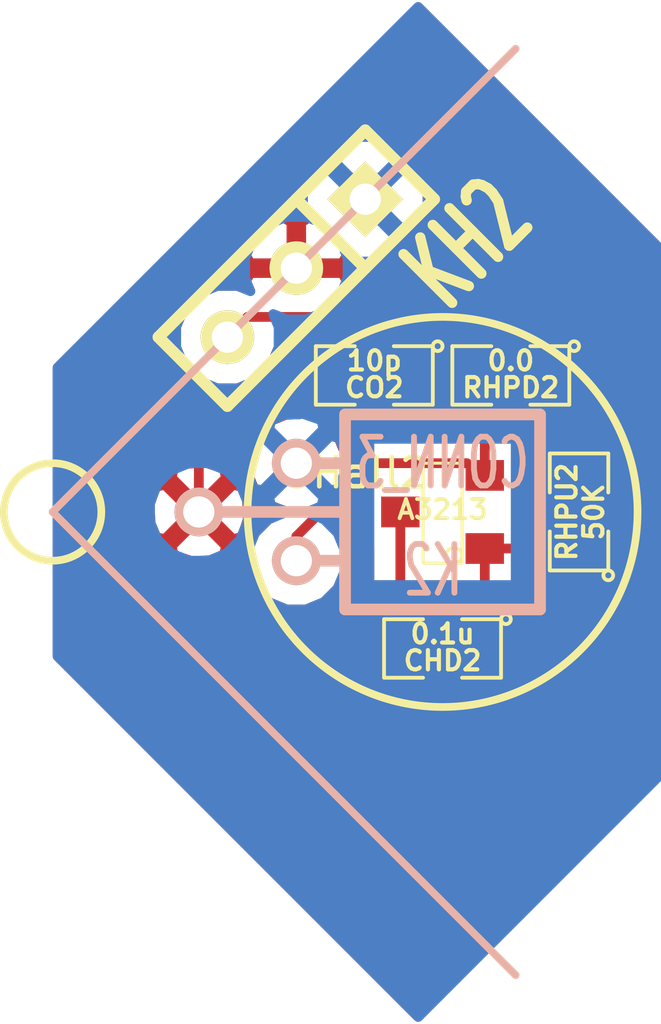
<source format=kicad_pcb>
(kicad_pcb (version 3) (host pcbnew "(2013-mar-25)-stable")

  (general
    (links 13)
    (no_connects 1)
    (area 49.429999 37.465 66.675001 64.135001)
    (thickness 1.6)
    (drawings 4)
    (tracks 26)
    (zones 0)
    (modules 7)
    (nets 5)
  )

  (page USLetter)
  (layers
    (15 F.Cu signal)
    (0 B.Cu signal)
    (16 B.Adhes user)
    (17 F.Adhes user)
    (18 B.Paste user)
    (19 F.Paste user)
    (20 B.SilkS user)
    (21 F.SilkS user)
    (22 B.Mask user)
    (23 F.Mask user)
    (24 Dwgs.User user)
    (25 Cmts.User user)
    (26 Eco1.User user)
    (27 Eco2.User user)
    (28 Edge.Cuts user)
  )

  (setup
    (last_trace_width 0.254)
    (trace_clearance 0.254)
    (zone_clearance 0.508)
    (zone_45_only no)
    (trace_min 0.1524)
    (segment_width 0.2)
    (edge_width 0.15)
    (via_size 0.889)
    (via_drill 0.635)
    (via_min_size 0.889)
    (via_min_drill 0.508)
    (uvia_size 0.508)
    (uvia_drill 0.127)
    (uvias_allowed no)
    (uvia_min_size 0.508)
    (uvia_min_drill 0.127)
    (pcb_text_width 0.3)
    (pcb_text_size 1 1)
    (mod_edge_width 0.15)
    (mod_text_size 1 1)
    (mod_text_width 0.15)
    (pad_size 1 1)
    (pad_drill 0.6)
    (pad_to_mask_clearance 0)
    (aux_axis_origin 50.8 50.8)
    (visible_elements 7FFFFFFF)
    (pcbplotparams
      (layerselection 271613953)
      (usegerberextensions false)
      (excludeedgelayer true)
      (linewidth 0)
      (plotframeref false)
      (viasonmask false)
      (mode 1)
      (useauxorigin false)
      (hpglpennumber 1)
      (hpglpenspeed 20)
      (hpglpendiameter 15)
      (hpglpenoverlay 2)
      (psnegative false)
      (psa4output false)
      (plotreference true)
      (plotvalue true)
      (plotothertext true)
      (plotinvisibletext false)
      (padsonsilk false)
      (subtractmaskfromsilk false)
      (outputformat 3)
      (mirror false)
      (drillshape 0)
      (scaleselection 1)
      (outputdirectory DXF/))
  )

  (net 0 "")
  (net 1 +5V)
  (net 2 /HALL)
  (net 3 /VOUT)
  (net 4 GND)

  (net_class Default "This is the default net class."
    (clearance 0.254)
    (trace_width 0.254)
    (via_dia 0.889)
    (via_drill 0.635)
    (uvia_dia 0.508)
    (uvia_drill 0.127)
    (add_net "")
    (add_net +5V)
    (add_net /HALL)
    (add_net /VOUT)
    (add_net GND)
  )

  (net_class "OSHPark Minimum" ""
    (clearance 0.1524)
    (trace_width 0.1524)
    (via_dia 0.889)
    (via_drill 0.635)
    (uvia_dia 0.508)
    (uvia_drill 0.3302)
  )

  (module SM0805 (layer F.Cu) (tedit 5091495C) (tstamp 524450E6)
    (at 59.182 47.244 180)
    (path /524444A3)
    (attr smd)
    (fp_text reference CO2 (at 0 -0.3175 180) (layer F.SilkS)
      (effects (font (size 0.50038 0.50038) (thickness 0.10922)))
    )
    (fp_text value 10p (at 0 0.381 180) (layer F.SilkS)
      (effects (font (size 0.50038 0.50038) (thickness 0.10922)))
    )
    (fp_circle (center -1.651 0.762) (end -1.651 0.635) (layer F.SilkS) (width 0.09906))
    (fp_line (start -0.508 0.762) (end -1.524 0.762) (layer F.SilkS) (width 0.09906))
    (fp_line (start -1.524 0.762) (end -1.524 -0.762) (layer F.SilkS) (width 0.09906))
    (fp_line (start -1.524 -0.762) (end -0.508 -0.762) (layer F.SilkS) (width 0.09906))
    (fp_line (start 0.508 -0.762) (end 1.524 -0.762) (layer F.SilkS) (width 0.09906))
    (fp_line (start 1.524 -0.762) (end 1.524 0.762) (layer F.SilkS) (width 0.09906))
    (fp_line (start 1.524 0.762) (end 0.508 0.762) (layer F.SilkS) (width 0.09906))
    (pad 1 smd rect (at -0.9525 0 180) (size 0.889 1.397)
      (layers F.Cu F.Paste F.Mask)
      (net 3 /VOUT)
    )
    (pad 2 smd rect (at 0.9525 0 180) (size 0.889 1.397)
      (layers F.Cu F.Paste F.Mask)
      (net 4 GND)
    )
    (model smd/chip_cms.wrl
      (at (xyz 0 0 0))
      (scale (xyz 0.1 0.1 0.1))
      (rotate (xyz 0 0 0))
    )
  )

  (module SM0805 (layer F.Cu) (tedit 5091495C) (tstamp 5244511A)
    (at 62.738 47.244 180)
    (path /52444269)
    (attr smd)
    (fp_text reference RHPD2 (at 0 -0.3175 180) (layer F.SilkS)
      (effects (font (size 0.50038 0.50038) (thickness 0.10922)))
    )
    (fp_text value 0.0 (at 0 0.381 180) (layer F.SilkS)
      (effects (font (size 0.50038 0.50038) (thickness 0.10922)))
    )
    (fp_circle (center -1.651 0.762) (end -1.651 0.635) (layer F.SilkS) (width 0.09906))
    (fp_line (start -0.508 0.762) (end -1.524 0.762) (layer F.SilkS) (width 0.09906))
    (fp_line (start -1.524 0.762) (end -1.524 -0.762) (layer F.SilkS) (width 0.09906))
    (fp_line (start -1.524 -0.762) (end -0.508 -0.762) (layer F.SilkS) (width 0.09906))
    (fp_line (start 0.508 -0.762) (end 1.524 -0.762) (layer F.SilkS) (width 0.09906))
    (fp_line (start 1.524 -0.762) (end 1.524 0.762) (layer F.SilkS) (width 0.09906))
    (fp_line (start 1.524 0.762) (end 0.508 0.762) (layer F.SilkS) (width 0.09906))
    (pad 1 smd rect (at -0.9525 0 180) (size 0.889 1.397)
      (layers F.Cu F.Paste F.Mask)
      (net 3 /VOUT)
    )
    (pad 2 smd rect (at 0.9525 0 180) (size 0.889 1.397)
      (layers F.Cu F.Paste F.Mask)
      (net 2 /HALL)
    )
    (model smd/chip_cms.wrl
      (at (xyz 0 0 0))
      (scale (xyz 0.1 0.1 0.1))
      (rotate (xyz 0 0 0))
    )
  )

  (module SM0805 (layer F.Cu) (tedit 5091495C) (tstamp 5244514E)
    (at 64.516 50.8 90)
    (path /524440E7)
    (attr smd)
    (fp_text reference RHPU2 (at 0 -0.3175 90) (layer F.SilkS)
      (effects (font (size 0.50038 0.50038) (thickness 0.10922)))
    )
    (fp_text value 50K (at 0 0.381 90) (layer F.SilkS)
      (effects (font (size 0.50038 0.50038) (thickness 0.10922)))
    )
    (fp_circle (center -1.651 0.762) (end -1.651 0.635) (layer F.SilkS) (width 0.09906))
    (fp_line (start -0.508 0.762) (end -1.524 0.762) (layer F.SilkS) (width 0.09906))
    (fp_line (start -1.524 0.762) (end -1.524 -0.762) (layer F.SilkS) (width 0.09906))
    (fp_line (start -1.524 -0.762) (end -0.508 -0.762) (layer F.SilkS) (width 0.09906))
    (fp_line (start 0.508 -0.762) (end 1.524 -0.762) (layer F.SilkS) (width 0.09906))
    (fp_line (start 1.524 -0.762) (end 1.524 0.762) (layer F.SilkS) (width 0.09906))
    (fp_line (start 1.524 0.762) (end 0.508 0.762) (layer F.SilkS) (width 0.09906))
    (pad 1 smd rect (at -0.9525 0 90) (size 0.889 1.397)
      (layers F.Cu F.Paste F.Mask)
      (net 1 +5V)
    )
    (pad 2 smd rect (at 0.9525 0 90) (size 0.889 1.397)
      (layers F.Cu F.Paste F.Mask)
      (net 3 /VOUT)
    )
    (model smd/chip_cms.wrl
      (at (xyz 0 0 0))
      (scale (xyz 0.1 0.1 0.1))
      (rotate (xyz 0 0 0))
    )
  )

  (module SOT23-SPECIAL (layer F.Cu) (tedit 52448C6B) (tstamp 52445055)
    (at 60.96 50.8 90)
    (descr "SZOT23 with PIN 2 and 3 swapped, for Diodes")
    (tags SOT23)
    (path /5244347B)
    (attr smd)
    (fp_text reference UHall2 (at 1.016 -2.286 180) (layer F.SilkS)
      (effects (font (size 0.762 0.762) (thickness 0.11938)))
    )
    (fp_text value A3213 (at 0.0635 0 180) (layer F.SilkS)
      (effects (font (size 0.50038 0.50038) (thickness 0.09906)))
    )
    (fp_circle (center -1.12522 0.29972) (end -1.12522 0.50038) (layer F.SilkS) (width 0.07874))
    (fp_line (start 1.27 -0.508) (end 1.27 0.508) (layer F.SilkS) (width 0.07874))
    (fp_line (start -1.3335 -0.508) (end -1.3335 0.508) (layer F.SilkS) (width 0.07874))
    (fp_line (start 1.27 0.508) (end -1.3335 0.508) (layer F.SilkS) (width 0.07874))
    (fp_line (start -1.3335 -0.508) (end 1.27 -0.508) (layer F.SilkS) (width 0.07874))
    (pad 2 smd rect (at 0 -1.09982 90) (size 0.8001 1.00076)
      (layers F.Cu F.Paste F.Mask)
      (net 4 GND)
    )
    (pad 3 smd rect (at 0.9525 1.09982 90) (size 0.8001 1.00076)
      (layers F.Cu F.Paste F.Mask)
      (net 2 /HALL)
    )
    (pad 1 smd rect (at -0.9525 1.09982 90) (size 0.8001 1.00076)
      (layers F.Cu F.Paste F.Mask)
      (net 1 +5V)
    )
    (model smd\SOT23_3.wrl
      (at (xyz 0 0 0))
      (scale (xyz 0.4 0.4 0.4))
      (rotate (xyz 0 0 180))
    )
  )

  (module SIL-3 (layer F.Cu) (tedit 5244E312) (tstamp 5244DDEE)
    (at 57.15 44.45 225)
    (descr "Connecteur 3 pins")
    (tags "CONN DEV")
    (path /5244802B)
    (fp_text reference KH2 (at -3.592102 -2.694077 225) (layer F.SilkS)
      (effects (font (size 1.7907 1.07696) (thickness 0.3048)))
    )
    (fp_text value CONN_3 (at 0 -2.54 225) (layer F.SilkS) hide
      (effects (font (size 1.524 1.016) (thickness 0.3048)))
    )
    (fp_line (start -3.81 1.27) (end -3.81 -1.27) (layer F.SilkS) (width 0.3048))
    (fp_line (start -3.81 -1.27) (end 3.81 -1.27) (layer F.SilkS) (width 0.3048))
    (fp_line (start 3.81 -1.27) (end 3.81 1.27) (layer F.SilkS) (width 0.3048))
    (fp_line (start 3.81 1.27) (end -3.81 1.27) (layer F.SilkS) (width 0.3048))
    (fp_line (start -1.27 -1.27) (end -1.27 1.27) (layer F.SilkS) (width 0.3048))
    (pad 1 thru_hole rect (at -2.54 0 225) (size 1.397 1.397) (drill 0.8128)
      (layers *.Cu *.Mask F.SilkS)
      (net 1 +5V)
    )
    (pad 2 thru_hole circle (at 0 0 225) (size 1.397 1.397) (drill 0.8128)
      (layers *.Cu *.Mask F.SilkS)
      (net 4 GND)
    )
    (pad 3 thru_hole circle (at 2.54 0 225) (size 1.397 1.397) (drill 0.8128)
      (layers *.Cu *.Mask F.SilkS)
      (net 3 /VOUT)
    )
  )

  (module SM0805 (layer F.Cu) (tedit 5091495C) (tstamp 5244508E)
    (at 60.96 54.356 180)
    (path /52443F3E)
    (attr smd)
    (fp_text reference CHD2 (at 0 -0.3175 180) (layer F.SilkS)
      (effects (font (size 0.50038 0.50038) (thickness 0.10922)))
    )
    (fp_text value 0.1u (at 0 0.381 180) (layer F.SilkS)
      (effects (font (size 0.50038 0.50038) (thickness 0.10922)))
    )
    (fp_circle (center -1.651 0.762) (end -1.651 0.635) (layer F.SilkS) (width 0.09906))
    (fp_line (start -0.508 0.762) (end -1.524 0.762) (layer F.SilkS) (width 0.09906))
    (fp_line (start -1.524 0.762) (end -1.524 -0.762) (layer F.SilkS) (width 0.09906))
    (fp_line (start -1.524 -0.762) (end -0.508 -0.762) (layer F.SilkS) (width 0.09906))
    (fp_line (start 0.508 -0.762) (end 1.524 -0.762) (layer F.SilkS) (width 0.09906))
    (fp_line (start 1.524 -0.762) (end 1.524 0.762) (layer F.SilkS) (width 0.09906))
    (fp_line (start 1.524 0.762) (end 0.508 0.762) (layer F.SilkS) (width 0.09906))
    (pad 1 smd rect (at -0.9525 0 180) (size 0.889 1.397)
      (layers F.Cu F.Paste F.Mask)
      (net 1 +5V)
    )
    (pad 2 smd rect (at 0.9525 0 180) (size 0.889 1.397)
      (layers F.Cu F.Paste F.Mask)
      (net 4 GND)
    )
    (model smd/chip_cms.wrl
      (at (xyz 0 0 0))
      (scale (xyz 0.1 0.1 0.1))
      (rotate (xyz 0 0 0))
    )
  )

  (module TO92H (layer B.Cu) (tedit 52448F4C) (tstamp 52448EC4)
    (at 55.88 50.8)
    (path /52449005)
    (fp_text reference K2 (at 4.826 1.524) (layer B.SilkS)
      (effects (font (size 1.27 0.762) (thickness 0.1524)) (justify mirror))
    )
    (fp_text value CONN_3 (at 5.08 -1.27) (layer B.SilkS)
      (effects (font (size 1.27 0.762) (thickness 0.1524)) (justify mirror))
    )
    (fp_line (start 2.54 2.54) (end 7.62 2.54) (layer B.SilkS) (width 0.3048))
    (fp_line (start 7.62 2.54) (end 7.62 -2.54) (layer B.SilkS) (width 0.3048))
    (fp_line (start 7.62 -2.54) (end 2.54 -2.54) (layer B.SilkS) (width 0.3048))
    (fp_line (start 2.54 -2.54) (end 2.54 2.54) (layer B.SilkS) (width 0.3048))
    (fp_line (start 1.27 1.27) (end 2.54 1.27) (layer B.SilkS) (width 0.3048))
    (fp_line (start -1.27 0) (end 2.54 0) (layer B.SilkS) (width 0.3048))
    (fp_line (start 1.27 -1.27) (end 2.54 -1.27) (layer B.SilkS) (width 0.3048))
    (pad 2 thru_hole circle (at -1.27 0) (size 1.27 1.27) (drill 0.8128)
      (layers *.Cu *.Mask B.SilkS)
      (net 4 GND)
    )
    (pad 1 thru_hole circle (at 1.27 -1.27) (size 1.27 1.27) (drill 0.8128)
      (layers *.Cu *.Mask B.SilkS)
      (net 1 +5V)
    )
    (pad 3 thru_hole circle (at 1.27 1.27) (size 1.27 1.27) (drill 0.8128)
      (layers *.Cu *.Mask B.SilkS)
      (net 2 /HALL)
    )
  )

  (gr_line (start 50.8 50.8) (end 62.865 62.865) (angle 90) (layer B.SilkS) (width 0.2))
  (gr_line (start 50.8 50.8) (end 62.865 38.735) (angle 90) (layer B.SilkS) (width 0.2))
  (gr_circle (center 60.96 50.8) (end 66.04 50.8) (layer F.SilkS) (width 0.2))
  (gr_circle (center 50.8 50.8) (end 52.07 50.8) (layer F.SilkS) (width 0.2))

  (segment (start 61.9125 54.356) (end 61.9125 55.979602) (width 0.254) (layer F.Cu) (net 1))
  (segment (start 61.9125 55.979602) (end 58.946051 58.946051) (width 0.254) (layer F.Cu) (net 1) (tstamp 5244E5E5))
  (segment (start 62.05982 51.7525) (end 62.05982 54.20868) (width 0.254) (layer F.Cu) (net 1))
  (segment (start 62.05982 54.20868) (end 61.9125 54.356) (width 0.254) (layer F.Cu) (net 1) (tstamp 5244E575))
  (segment (start 62.05982 51.7525) (end 64.516 51.7525) (width 0.254) (layer F.Cu) (net 1))
  (segment (start 57.15 52.07) (end 57.15 51.435) (width 0.254) (layer F.Cu) (net 2))
  (segment (start 61.595 49.53) (end 62.05982 49.8475) (width 0.254) (layer F.Cu) (net 2) (tstamp 5244E566))
  (segment (start 59.055 49.53) (end 61.595 49.53) (width 0.254) (layer F.Cu) (net 2) (tstamp 5244E55E))
  (segment (start 57.15 51.435) (end 59.055 49.53) (width 0.254) (layer F.Cu) (net 2) (tstamp 5244E551))
  (segment (start 62.05982 49.8475) (end 62.05982 47.51832) (width 0.254) (layer F.Cu) (net 2))
  (segment (start 62.05982 47.51832) (end 61.7855 47.244) (width 0.254) (layer F.Cu) (net 2) (tstamp 5244E548))
  (segment (start 64.516 49.8475) (end 64.516 48.0695) (width 0.254) (layer F.Cu) (net 3))
  (segment (start 64.516 48.0695) (end 63.6905 47.244) (width 0.254) (layer F.Cu) (net 3) (tstamp 5244EB93))
  (segment (start 60.1345 47.244) (end 60.1345 45.72) (width 0.254) (layer F.Cu) (net 3))
  (segment (start 60.1345 45.72) (end 60.325 45.72) (width 0.254) (layer F.Cu) (net 3) (tstamp 5244E524))
  (segment (start 55.88 45.72) (end 55.353949 46.246051) (width 0.254) (layer F.Cu) (net 3) (tstamp 5244E51C))
  (segment (start 62.1665 45.72) (end 60.325 45.72) (width 0.254) (layer F.Cu) (net 3) (tstamp 5244E502))
  (segment (start 60.325 45.72) (end 55.88 45.72) (width 0.254) (layer F.Cu) (net 3) (tstamp 5244E52B))
  (segment (start 64.516 48.0695) (end 62.1665 45.72) (width 0.254) (layer F.Cu) (net 3) (tstamp 5244E4FF))
  (segment (start 60.0075 54.356) (end 59.944 54.356) (width 0.254) (layer F.Cu) (net 4))
  (segment (start 59.944 54.356) (end 57.15 57.15) (width 0.254) (layer F.Cu) (net 4) (tstamp 5244E62C))
  (segment (start 58.2295 47.244) (end 56.261 47.244) (width 0.254) (layer F.Cu) (net 4))
  (segment (start 56.261 47.244) (end 54.61 48.895) (width 0.254) (layer F.Cu) (net 4) (tstamp 5244E5A3))
  (segment (start 54.61 48.895) (end 54.61 50.8) (width 0.254) (layer F.Cu) (net 4) (tstamp 5244E5AD))
  (segment (start 59.86018 50.8) (end 59.86018 54.20868) (width 0.254) (layer F.Cu) (net 4))
  (segment (start 59.86018 54.20868) (end 60.0075 54.356) (width 0.254) (layer F.Cu) (net 4) (tstamp 5244E58B))

  (zone (net 0) (net_name "") (layer F.Cu) (tstamp 52458F0A) (hatch edge 0.508)
    (connect_pads (clearance 0.508))
    (min_thickness 0.254)
    (keepout (tracks allowed) (vias allowed) (copperpour not_allowed))
    (fill (arc_segments 16) (thermal_gap 0.508) (thermal_bridge_width 0.508))
    (polygon
      (pts
        (xy 62.738 52.578) (xy 59.182 52.578) (xy 59.182 49.022) (xy 62.738 49.022)
      )
    )
  )
  (zone (net 0) (net_name "") (layer B.Cu) (tstamp 52458F1C) (hatch edge 0.508)
    (connect_pads (clearance 0.508))
    (min_thickness 0.254)
    (keepout (tracks allowed) (vias allowed) (copperpour not_allowed))
    (fill (arc_segments 16) (thermal_gap 0.508) (thermal_bridge_width 0.508))
    (polygon
      (pts
        (xy 62.738 52.578) (xy 59.182 52.578) (xy 59.182 49.022) (xy 62.738 49.022)
      )
    )
  )
  (zone (net 4) (net_name GND) (layer F.Cu) (tstamp 52463AFE) (hatch edge 0.508)
    (connect_pads (clearance 0.508))
    (min_thickness 0.254)
    (fill (arc_segments 16) (thermal_gap 0.508) (thermal_bridge_width 0.508))
    (polygon
      (pts
        (xy 66.675 57.785) (xy 62.23 62.23) (xy 60.325 64.135) (xy 50.8 54.61) (xy 50.8 50.8)
        (xy 50.8 47.625) (xy 50.8 46.99) (xy 60.325 37.465) (xy 62.23 39.37) (xy 66.675 43.815)
        (xy 66.675 57.785)
      )
    )
    (filled_polygon
      (pts
        (xy 66.548 57.732395) (xy 65.84961 58.430784) (xy 65.84961 52.071245) (xy 65.84961 51.182245) (xy 65.753141 50.948771)
        (xy 65.604526 50.799897) (xy 65.752513 50.652168) (xy 65.849389 50.418864) (xy 65.84961 50.166245) (xy 65.84961 49.277245)
        (xy 65.753141 49.043771) (xy 65.574668 48.864987) (xy 65.341364 48.768111) (xy 65.278 48.768055) (xy 65.278 48.0695)
        (xy 65.277999 48.069499) (xy 65.219996 47.777895) (xy 65.054815 47.530685) (xy 65.054815 47.530684) (xy 64.77011 47.245979)
        (xy 64.77011 46.419745) (xy 64.673641 46.186271) (xy 64.495168 46.007487) (xy 64.261864 45.910611) (xy 64.009245 45.91039)
        (xy 63.43452 45.91039) (xy 62.705315 45.181185) (xy 62.458105 45.016004) (xy 62.1665 44.958) (xy 60.568989 44.958)
        (xy 60.568989 42.528194) (xy 60.47252 42.294721) (xy 60.294048 42.115936) (xy 59.306219 41.128108) (xy 59.072914 41.031231)
        (xy 58.820296 41.031011) (xy 58.586823 41.12748) (xy 58.408038 41.305952) (xy 57.42021 42.293781) (xy 57.323333 42.527086)
        (xy 57.323113 42.779704) (xy 57.419582 43.013177) (xy 57.575604 43.169473) (xy 57.487198 43.132854) (xy 57.277 43.255861)
        (xy 57.277 44.143392) (xy 57.164141 44.256251) (xy 57.343749 44.435859) (xy 57.456608 44.323) (xy 58.344139 44.323)
        (xy 58.467146 44.112802) (xy 58.419506 44.013413) (xy 58.585883 44.17979) (xy 58.819188 44.276667) (xy 59.071806 44.276887)
        (xy 59.305279 44.180418) (xy 59.484064 44.001946) (xy 60.471892 43.014117) (xy 60.568769 42.780812) (xy 60.568989 42.528194)
        (xy 60.568989 44.958) (xy 60.325 44.958) (xy 60.1345 44.958) (xy 58.396397 44.958) (xy 58.467146 44.787198)
        (xy 58.344139 44.577) (xy 57.456608 44.577) (xy 57.343749 44.464141) (xy 57.164141 44.643749) (xy 57.277 44.756608)
        (xy 57.277 44.958) (xy 57.023 44.958) (xy 57.023 44.756608) (xy 57.135859 44.643749) (xy 57.023 44.53089)
        (xy 57.023 44.323) (xy 57.023 43.255861) (xy 56.812802 43.132854) (xy 56.33442 43.362156) (xy 55.980202 43.757072)
        (xy 55.832854 44.112802) (xy 55.955861 44.323) (xy 57.023 44.323) (xy 57.023 44.53089) (xy 56.956251 44.464141)
        (xy 56.843392 44.577) (xy 55.955861 44.577) (xy 55.832854 44.787198) (xy 55.914724 44.958) (xy 55.88 44.958)
        (xy 55.778079 44.978273) (xy 55.778078 44.978273) (xy 55.620362 44.912784) (xy 55.089863 44.912321) (xy 54.599569 45.114906)
        (xy 54.224123 45.489698) (xy 54.020682 45.979638) (xy 54.020219 46.510137) (xy 54.222804 47.000431) (xy 54.597596 47.375877)
        (xy 55.087536 47.579318) (xy 55.618035 47.579781) (xy 56.108329 47.377196) (xy 56.483775 47.002404) (xy 56.687216 46.512464)
        (xy 56.687242 46.482) (xy 57.150055 46.482) (xy 57.14989 46.671255) (xy 57.15 46.95825) (xy 57.30875 47.117)
        (xy 58.1025 47.117) (xy 58.1025 47.097) (xy 58.3565 47.097) (xy 58.3565 47.117) (xy 58.3765 47.117)
        (xy 58.3765 47.371) (xy 58.3565 47.371) (xy 58.3565 48.41875) (xy 58.51525 48.5775) (xy 58.799755 48.57761)
        (xy 59.033229 48.481141) (xy 59.182102 48.332526) (xy 59.329832 48.480513) (xy 59.563136 48.577389) (xy 59.815755 48.57761)
        (xy 60.704755 48.57761) (xy 60.938229 48.481141) (xy 60.959881 48.459526) (xy 60.980832 48.480513) (xy 61.214136 48.577389)
        (xy 61.29782 48.577462) (xy 61.29782 48.768) (xy 59.055 48.768) (xy 58.763395 48.826004) (xy 58.516184 48.991185)
        (xy 58.364274 49.143094) (xy 58.227281 48.811543) (xy 57.968719 48.55253) (xy 58.1025 48.41875) (xy 58.1025 47.371)
        (xy 57.30875 47.371) (xy 57.15 47.52975) (xy 57.14989 47.816745) (xy 57.150111 48.069364) (xy 57.229298 48.260069)
        (xy 56.89849 48.259781) (xy 56.431543 48.452719) (xy 56.073975 48.809664) (xy 55.880222 49.276273) (xy 55.879781 49.78151)
        (xy 56.072719 50.248457) (xy 56.429664 50.606025) (xy 56.762951 50.744418) (xy 56.611185 50.896185) (xy 56.590594 50.927)
        (xy 56.431543 50.992719) (xy 56.073975 51.349664) (xy 55.892679 51.786273) (xy 55.892679 50.977335) (xy 55.862904 50.472976)
        (xy 55.727178 50.145304) (xy 55.498132 50.091473) (xy 55.318527 50.271078) (xy 55.318527 49.911868) (xy 55.264696 49.682822)
        (xy 54.787335 49.517321) (xy 54.282976 49.547096) (xy 53.955304 49.682822) (xy 53.901473 49.911868) (xy 54.61 50.620395)
        (xy 55.318527 49.911868) (xy 55.318527 50.271078) (xy 54.789605 50.8) (xy 55.498132 51.508527) (xy 55.727178 51.454696)
        (xy 55.892679 50.977335) (xy 55.892679 51.786273) (xy 55.880222 51.816273) (xy 55.879781 52.32151) (xy 56.072719 52.788457)
        (xy 56.429664 53.146025) (xy 56.896273 53.339778) (xy 57.40151 53.340219) (xy 57.868457 53.147281) (xy 58.226025 52.790336)
        (xy 58.419778 52.323727) (xy 58.420219 51.81849) (xy 58.251784 51.410845) (xy 58.735627 50.927002) (xy 58.883548 50.927002)
        (xy 58.7248 51.08575) (xy 58.72469 51.325805) (xy 58.821159 51.559279) (xy 58.999632 51.738063) (xy 59.055 51.761053)
        (xy 59.055 52.705) (xy 61.23404 52.705) (xy 61.29782 52.731483) (xy 61.29782 53.040745) (xy 61.108771 53.118859)
        (xy 60.96 53.267371) (xy 60.811229 53.118859) (xy 60.577755 53.02239) (xy 60.29325 53.0225) (xy 60.1345 53.18125)
        (xy 60.1345 54.229) (xy 60.1545 54.229) (xy 60.1545 54.483) (xy 60.1345 54.483) (xy 60.1345 55.53075)
        (xy 60.29325 55.6895) (xy 60.577755 55.68961) (xy 60.811229 55.593141) (xy 60.960102 55.444526) (xy 61.107832 55.592513)
        (xy 61.1505 55.61023) (xy 61.1505 55.663971) (xy 59.8805 56.933971) (xy 59.8805 55.53075) (xy 59.8805 54.483)
        (xy 59.8805 54.229) (xy 59.8805 53.18125) (xy 59.72175 53.0225) (xy 59.437245 53.02239) (xy 59.203771 53.118859)
        (xy 59.024987 53.297332) (xy 58.928111 53.530636) (xy 58.92789 53.783255) (xy 58.928 54.07025) (xy 59.08675 54.229)
        (xy 59.8805 54.229) (xy 59.8805 54.483) (xy 59.08675 54.483) (xy 58.928 54.64175) (xy 58.92789 54.928745)
        (xy 58.928111 55.181364) (xy 59.024987 55.414668) (xy 59.203771 55.593141) (xy 59.437245 55.68961) (xy 59.72175 55.6895)
        (xy 59.8805 55.53075) (xy 59.8805 56.933971) (xy 58.407236 58.407236) (xy 58.242055 58.654447) (xy 58.184052 58.946051)
        (xy 58.242055 59.237655) (xy 58.407236 59.484866) (xy 58.654447 59.650047) (xy 58.946051 59.70805) (xy 59.237655 59.650047)
        (xy 59.484866 59.484866) (xy 62.451315 56.518418) (xy 62.451315 56.518417) (xy 62.616496 56.271207) (xy 62.674499 55.979602)
        (xy 62.6745 55.979602) (xy 62.6745 55.610382) (xy 62.716229 55.593141) (xy 62.895013 55.414668) (xy 62.991889 55.181364)
        (xy 62.99211 54.928745) (xy 62.99211 53.531745) (xy 62.895641 53.298271) (xy 62.82182 53.224321) (xy 62.82182 52.731522)
        (xy 62.919429 52.691191) (xy 63.096427 52.5145) (xy 63.261617 52.5145) (xy 63.278859 52.556229) (xy 63.457332 52.735013)
        (xy 63.690636 52.831889) (xy 63.943255 52.83211) (xy 65.340255 52.83211) (xy 65.573729 52.735641) (xy 65.752513 52.557168)
        (xy 65.849389 52.323864) (xy 65.84961 52.071245) (xy 65.84961 58.430784) (xy 62.140197 62.140197) (xy 60.325 63.955395)
        (xy 55.318527 58.948922) (xy 55.318527 51.688132) (xy 54.61 50.979605) (xy 54.430395 51.15921) (xy 54.430395 50.8)
        (xy 53.721868 50.091473) (xy 53.492822 50.145304) (xy 53.327321 50.622665) (xy 53.357096 51.127024) (xy 53.492822 51.454696)
        (xy 53.721868 51.508527) (xy 54.430395 50.8) (xy 54.430395 51.15921) (xy 53.901473 51.688132) (xy 53.955304 51.917178)
        (xy 54.432665 52.082679) (xy 54.937024 52.052904) (xy 55.264696 51.917178) (xy 55.318527 51.688132) (xy 55.318527 58.948922)
        (xy 50.927 54.557395) (xy 50.927 50.8) (xy 50.927 47.625) (xy 50.927 47.042605) (xy 60.325 37.644605)
        (xy 62.140197 39.459803) (xy 66.548 43.867605) (xy 66.548 57.732395)
      )
    )
  )
  (zone (net 1) (net_name +5V) (layer B.Cu) (tstamp 52463B11) (hatch edge 0.508)
    (connect_pads (clearance 0.508))
    (min_thickness 0.254)
    (fill (arc_segments 16) (thermal_gap 0.508) (thermal_bridge_width 0.508))
    (polygon
      (pts
        (xy 66.675 57.785) (xy 62.23 62.23) (xy 60.325 64.135) (xy 50.8 54.61) (xy 50.8 53.975)
        (xy 50.8 50.8) (xy 50.8 46.99) (xy 60.325 37.465) (xy 62.23 39.37) (xy 66.675 43.815)
        (xy 66.675 57.785)
      )
    )
    (filled_polygon
      (pts
        (xy 66.548 57.732395) (xy 62.865 61.415394) (xy 62.865 52.705) (xy 62.865 48.895) (xy 60.568989 48.895)
        (xy 60.568989 42.528194) (xy 60.47252 42.294721) (xy 60.294048 42.115936) (xy 60.091034 41.913078) (xy 59.866527 41.913078)
        (xy 59.686922 42.092683) (xy 59.686922 41.733473) (xy 59.686922 41.508966) (xy 59.484064 41.305952) (xy 59.305279 41.12748)
        (xy 59.071806 41.031011) (xy 58.819188 41.031231) (xy 58.585883 41.128108) (xy 58.20518 41.508966) (xy 58.20518 41.733473)
        (xy 58.946051 42.474344) (xy 59.686922 41.733473) (xy 59.686922 42.092683) (xy 59.125656 42.653949) (xy 59.866527 43.39482)
        (xy 60.091034 43.39482) (xy 60.471892 43.014117) (xy 60.568769 42.780812) (xy 60.568989 42.528194) (xy 60.568989 48.895)
        (xy 59.686922 48.895) (xy 59.686922 43.798932) (xy 59.686922 43.574425) (xy 58.946051 42.833554) (xy 58.931908 42.847696)
        (xy 58.752303 42.668091) (xy 58.766446 42.653949) (xy 58.025575 41.913078) (xy 57.801068 41.913078) (xy 57.42021 42.293781)
        (xy 57.323333 42.527086) (xy 57.323113 42.779704) (xy 57.419582 43.013177) (xy 57.598054 43.191962) (xy 57.598387 43.192295)
        (xy 57.416413 43.116733) (xy 56.885914 43.11627) (xy 56.39562 43.318855) (xy 56.020174 43.693647) (xy 55.816733 44.183587)
        (xy 55.81627 44.714086) (xy 55.955947 45.052131) (xy 55.620362 44.912784) (xy 55.089863 44.912321) (xy 54.599569 45.114906)
        (xy 54.224123 45.489698) (xy 54.020682 45.979638) (xy 54.020219 46.510137) (xy 54.222804 47.000431) (xy 54.597596 47.375877)
        (xy 55.087536 47.579318) (xy 55.618035 47.579781) (xy 56.108329 47.377196) (xy 56.483775 47.002404) (xy 56.687216 46.512464)
        (xy 56.687679 45.981965) (xy 56.548001 45.643919) (xy 56.883587 45.783267) (xy 57.414086 45.78373) (xy 57.90438 45.581145)
        (xy 58.279826 45.206353) (xy 58.483267 44.716413) (xy 58.48373 44.185914) (xy 58.407489 44.001396) (xy 58.408038 44.001946)
        (xy 58.586823 44.180418) (xy 58.820296 44.276887) (xy 59.072914 44.276667) (xy 59.306219 44.17979) (xy 59.686922 43.798932)
        (xy 59.686922 48.895) (xy 59.055 48.895) (xy 59.055 52.705) (xy 62.865 52.705) (xy 62.865 61.415394)
        (xy 62.140197 62.140197) (xy 60.325 63.955395) (xy 58.432679 62.063074) (xy 58.432679 49.707335) (xy 58.402904 49.202976)
        (xy 58.267178 48.875304) (xy 58.038132 48.821473) (xy 57.858527 49.001078) (xy 57.858527 48.641868) (xy 57.804696 48.412822)
        (xy 57.327335 48.247321) (xy 56.822976 48.277096) (xy 56.495304 48.412822) (xy 56.441473 48.641868) (xy 57.15 49.350395)
        (xy 57.858527 48.641868) (xy 57.858527 49.001078) (xy 57.329605 49.53) (xy 58.038132 50.238527) (xy 58.267178 50.184696)
        (xy 58.432679 49.707335) (xy 58.432679 62.063074) (xy 58.420219 62.050614) (xy 58.420219 51.81849) (xy 58.227281 51.351543)
        (xy 57.870336 50.993975) (xy 57.403727 50.800222) (xy 57.18688 50.800032) (xy 57.477024 50.782904) (xy 57.804696 50.647178)
        (xy 57.858527 50.418132) (xy 57.15 49.709605) (xy 56.970395 49.88921) (xy 56.970395 49.53) (xy 56.261868 48.821473)
        (xy 56.032822 48.875304) (xy 55.867321 49.352665) (xy 55.897096 49.857024) (xy 56.032822 50.184696) (xy 56.261868 50.238527)
        (xy 56.970395 49.53) (xy 56.970395 49.88921) (xy 56.441473 50.418132) (xy 56.495304 50.647178) (xy 56.935556 50.799813)
        (xy 56.89849 50.799781) (xy 56.431543 50.992719) (xy 56.073975 51.349664) (xy 55.880222 51.816273) (xy 55.880219 51.819709)
        (xy 55.880219 50.54849) (xy 55.687281 50.081543) (xy 55.330336 49.723975) (xy 54.863727 49.530222) (xy 54.35849 49.529781)
        (xy 53.891543 49.722719) (xy 53.533975 50.079664) (xy 53.340222 50.546273) (xy 53.339781 51.05151) (xy 53.532719 51.518457)
        (xy 53.889664 51.876025) (xy 54.356273 52.069778) (xy 54.86151 52.070219) (xy 55.328457 51.877281) (xy 55.686025 51.520336)
        (xy 55.879778 51.053727) (xy 55.880219 50.54849) (xy 55.880219 51.819709) (xy 55.879781 52.32151) (xy 56.072719 52.788457)
        (xy 56.429664 53.146025) (xy 56.896273 53.339778) (xy 57.40151 53.340219) (xy 57.868457 53.147281) (xy 58.226025 52.790336)
        (xy 58.419778 52.323727) (xy 58.420219 51.81849) (xy 58.420219 62.050614) (xy 50.927 54.557395) (xy 50.927 53.975)
        (xy 50.927 50.8) (xy 50.927 47.042605) (xy 60.325 37.644605) (xy 62.140197 39.459803) (xy 66.548 43.867605)
        (xy 66.548 57.732395)
      )
    )
  )
)

</source>
